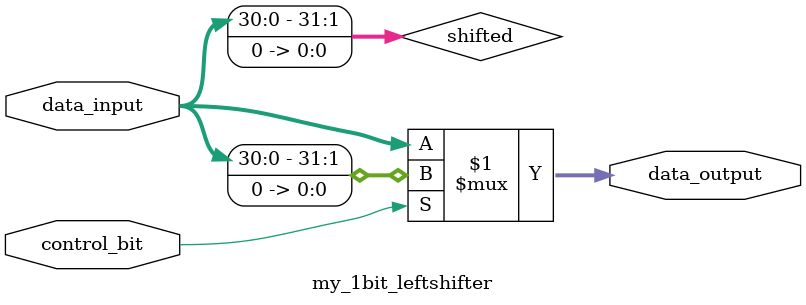
<source format=v>
module my_1bit_leftshifter(data_input, control_bit, data_output);

	input [31:0] data_input;
	input control_bit;
	
	wire [31:0] shifted;
	
	output [31:0] data_output;
	
	
	genvar k;
	generate
	for(k = 31; k > 0; k = k-1) begin: my1ShiftLoop
		assign shifted[k] = data_input[k-1];
    end
	endgenerate
    
    assign shifted[0] = 1'b0;
	
	assign data_output = control_bit ? shifted : data_input;
	
	
	
endmodule
</source>
